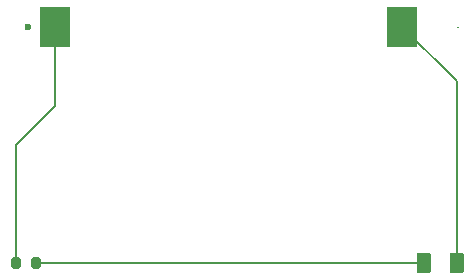
<source format=gbr>
%TF.GenerationSoftware,KiCad,Pcbnew,9.0.7*%
%TF.CreationDate,2026-02-03T13:50:29+02:00*%
%TF.ProjectId,TempMe_pcb,54656d70-4d65-45f7-9063-622e6b696361,0*%
%TF.SameCoordinates,Original*%
%TF.FileFunction,Copper,L1,Top*%
%TF.FilePolarity,Positive*%
%FSLAX46Y46*%
G04 Gerber Fmt 4.6, Leading zero omitted, Abs format (unit mm)*
G04 Created by KiCad (PCBNEW 9.0.7) date 2026-02-03 13:50:29*
%MOMM*%
%LPD*%
G01*
G04 APERTURE LIST*
G04 Aperture macros list*
%AMRoundRect*
0 Rectangle with rounded corners*
0 $1 Rounding radius*
0 $2 $3 $4 $5 $6 $7 $8 $9 X,Y pos of 4 corners*
0 Add a 4 corners polygon primitive as box body*
4,1,4,$2,$3,$4,$5,$6,$7,$8,$9,$2,$3,0*
0 Add four circle primitives for the rounded corners*
1,1,$1+$1,$2,$3*
1,1,$1+$1,$4,$5*
1,1,$1+$1,$6,$7*
1,1,$1+$1,$8,$9*
0 Add four rect primitives between the rounded corners*
20,1,$1+$1,$2,$3,$4,$5,0*
20,1,$1+$1,$4,$5,$6,$7,0*
20,1,$1+$1,$6,$7,$8,$9,0*
20,1,$1+$1,$8,$9,$2,$3,0*%
G04 Aperture macros list end*
%TA.AperFunction,SMDPad,CuDef*%
%ADD10R,2.540000X3.510000*%
%TD*%
%TA.AperFunction,SMDPad,CuDef*%
%ADD11RoundRect,0.200000X-0.200000X-0.275000X0.200000X-0.275000X0.200000X0.275000X-0.200000X0.275000X0*%
%TD*%
%TA.AperFunction,SMDPad,CuDef*%
%ADD12RoundRect,0.250000X0.375000X0.625000X-0.375000X0.625000X-0.375000X-0.625000X0.375000X-0.625000X0*%
%TD*%
%TA.AperFunction,ViaPad*%
%ADD13C,0.600000*%
%TD*%
%TA.AperFunction,Conductor*%
%ADD14C,0.200000*%
%TD*%
G04 APERTURE END LIST*
D10*
%TO.P,BT1,2,-*%
%TO.N,Earth*%
X155680000Y-99000000D03*
%TO.P,BT1,1,+*%
%TO.N,VCC*%
X126320000Y-99000000D03*
%TD*%
D11*
%TO.P,R1,1*%
%TO.N,VCC*%
X123000000Y-119000000D03*
%TO.P,R1,2*%
%TO.N,/led*%
X124650000Y-119000000D03*
%TD*%
D12*
%TO.P,D1,1,K*%
%TO.N,Earth*%
X160300000Y-119000000D03*
%TO.P,D1,2,A*%
%TO.N,/led*%
X157500000Y-119000000D03*
%TD*%
D13*
%TO.N,VCC*%
X124000000Y-99000000D03*
%TD*%
D14*
%TO.N,Earth*%
X160300000Y-103620000D02*
X155680000Y-99000000D01*
X160300000Y-119000000D02*
X160300000Y-103620000D01*
%TO.N,VCC*%
X123000000Y-109000000D02*
X123000000Y-119000000D01*
X126320000Y-105680000D02*
X123000000Y-109000000D01*
X126320000Y-99000000D02*
X126320000Y-105680000D01*
%TO.N,/led*%
X157600000Y-119000000D02*
X124650000Y-119000000D01*
%TO.N,Earth*%
X160400000Y-99025000D02*
X160425000Y-99000000D01*
%TD*%
M02*

</source>
